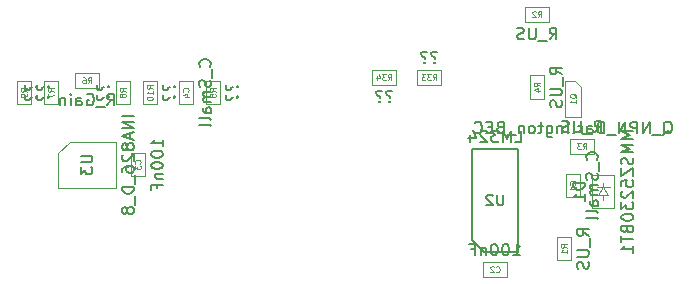
<source format=gbr>
G04 #@! TF.GenerationSoftware,KiCad,Pcbnew,(5.0.0-rc2-dev-586-g888c43477)*
G04 #@! TF.CreationDate,2018-06-03T13:53:17-03:00*
G04 #@! TF.ProjectId,Signal,5369676E616C2E6B696361645F706362,rev?*
G04 #@! TF.SameCoordinates,Original*
G04 #@! TF.FileFunction,Other,Fab,Bot*
%FSLAX46Y46*%
G04 Gerber Fmt 4.6, Leading zero omitted, Abs format (unit mm)*
G04 Created by KiCad (PCBNEW (5.0.0-rc2-dev-586-g888c43477)) date 06/03/18 13:53:17*
%MOMM*%
%LPD*%
G01*
G04 APERTURE LIST*
%ADD10C,0.100000*%
%ADD11C,0.150000*%
%ADD12C,0.080000*%
%ADD13C,0.075000*%
%ADD14C,0.135000*%
G04 APERTURE END LIST*
D10*
X33436000Y-23384000D02*
X33436000Y-25384000D01*
X34636000Y-23384000D02*
X33436000Y-23384000D01*
X34636000Y-25384000D02*
X34636000Y-23384000D01*
X33436000Y-25384000D02*
X34636000Y-25384000D01*
X26254000Y-23384000D02*
X25054000Y-23384000D01*
X25054000Y-23384000D02*
X25054000Y-25384000D01*
X25054000Y-25384000D02*
X26254000Y-25384000D01*
X26254000Y-25384000D02*
X26254000Y-23384000D01*
X36922000Y-25384000D02*
X36922000Y-23384000D01*
X35722000Y-25384000D02*
X36922000Y-25384000D01*
X35722000Y-23384000D02*
X35722000Y-25384000D01*
X36922000Y-23384000D02*
X35722000Y-23384000D01*
X27340000Y-25384000D02*
X28540000Y-25384000D01*
X28540000Y-25384000D02*
X28540000Y-23384000D01*
X28540000Y-23384000D02*
X27340000Y-23384000D01*
X27340000Y-23384000D02*
X27340000Y-25384000D01*
X35906000Y-31480000D02*
X35906000Y-29480000D01*
X34706000Y-31480000D02*
X35906000Y-31480000D01*
X34706000Y-29480000D02*
X34706000Y-31480000D01*
X35906000Y-29480000D02*
X34706000Y-29480000D01*
X39970000Y-23384000D02*
X38770000Y-23384000D01*
X38770000Y-23384000D02*
X38770000Y-25384000D01*
X38770000Y-25384000D02*
X39970000Y-25384000D01*
X39970000Y-25384000D02*
X39970000Y-23384000D01*
X28538000Y-29530000D02*
X28538000Y-32430000D01*
X28538000Y-32430000D02*
X33438000Y-32430000D01*
X33438000Y-32430000D02*
X33438000Y-28530000D01*
X33438000Y-28530000D02*
X29538000Y-28530000D01*
X29538000Y-28530000D02*
X28538000Y-29530000D01*
X42256000Y-25384000D02*
X42256000Y-23384000D01*
X41056000Y-25384000D02*
X42256000Y-25384000D01*
X41056000Y-23384000D02*
X41056000Y-25384000D01*
X42256000Y-23384000D02*
X41056000Y-23384000D01*
X31988000Y-23968000D02*
X31988000Y-22768000D01*
X31988000Y-22768000D02*
X29988000Y-22768000D01*
X29988000Y-22768000D02*
X29988000Y-23968000D01*
X29988000Y-23968000D02*
X31988000Y-23968000D01*
X72836000Y-23942000D02*
X72836000Y-26392000D01*
X72286000Y-23372000D02*
X71436000Y-23372000D01*
X72836000Y-23942000D02*
X72286000Y-23372000D01*
X71436000Y-23372000D02*
X71436000Y-26412000D01*
X72836000Y-26412000D02*
X71436000Y-26412000D01*
X72736000Y-33258000D02*
X72736000Y-31258000D01*
X71536000Y-33258000D02*
X72736000Y-33258000D01*
X71536000Y-31258000D02*
X71536000Y-33258000D01*
X72736000Y-31258000D02*
X71536000Y-31258000D01*
X64532000Y-38770000D02*
X64532000Y-39970000D01*
X64532000Y-39970000D02*
X66532000Y-39970000D01*
X66532000Y-39970000D02*
X66532000Y-38770000D01*
X66532000Y-38770000D02*
X64532000Y-38770000D01*
X74676000Y-33016000D02*
X74676000Y-33516000D01*
X75076000Y-33016000D02*
X74676000Y-32416000D01*
X74276000Y-33016000D02*
X75076000Y-33016000D01*
X74676000Y-32416000D02*
X74276000Y-33016000D01*
X74676000Y-32416000D02*
X75226000Y-32416000D01*
X74676000Y-32416000D02*
X74126000Y-32416000D01*
X74676000Y-32016000D02*
X74676000Y-32416000D01*
X75576000Y-31366000D02*
X73776000Y-31366000D01*
X75576000Y-34166000D02*
X75576000Y-31366000D01*
X73776000Y-34166000D02*
X75576000Y-34166000D01*
X73776000Y-31366000D02*
X73776000Y-34166000D01*
X71974000Y-36592000D02*
X70774000Y-36592000D01*
X70774000Y-36592000D02*
X70774000Y-38592000D01*
X70774000Y-38592000D02*
X71974000Y-38592000D01*
X71974000Y-38592000D02*
X71974000Y-36592000D01*
X68088000Y-18380000D02*
X70088000Y-18380000D01*
X68088000Y-17180000D02*
X68088000Y-18380000D01*
X70088000Y-17180000D02*
X68088000Y-17180000D01*
X70088000Y-18380000D02*
X70088000Y-17180000D01*
X71898000Y-28356000D02*
X71898000Y-29556000D01*
X71898000Y-29556000D02*
X73898000Y-29556000D01*
X73898000Y-29556000D02*
X73898000Y-28356000D01*
X73898000Y-28356000D02*
X71898000Y-28356000D01*
X69688000Y-24924500D02*
X69688000Y-22924500D01*
X68488000Y-24924500D02*
X69688000Y-24924500D01*
X68488000Y-22924500D02*
X68488000Y-24924500D01*
X69688000Y-22924500D02*
X68488000Y-22924500D01*
X58944000Y-22514000D02*
X58944000Y-23714000D01*
X58944000Y-23714000D02*
X60944000Y-23714000D01*
X60944000Y-23714000D02*
X60944000Y-22514000D01*
X60944000Y-22514000D02*
X58944000Y-22514000D01*
X57134000Y-23714000D02*
X57134000Y-22514000D01*
X57134000Y-22514000D02*
X55134000Y-22514000D01*
X55134000Y-22514000D02*
X55134000Y-23714000D01*
X55134000Y-23714000D02*
X57134000Y-23714000D01*
D11*
X64582000Y-37878000D02*
X67482000Y-37878000D01*
X67482000Y-37878000D02*
X67482000Y-29178000D01*
X67482000Y-29178000D02*
X63582000Y-29178000D01*
X63582000Y-29178000D02*
X63582000Y-36878000D01*
X63582000Y-36878000D02*
X64582000Y-37878000D01*
X32743142Y-23907809D02*
X32790761Y-23955428D01*
X32838380Y-23907809D01*
X32790761Y-23860190D01*
X32743142Y-23907809D01*
X32838380Y-23907809D01*
X31886000Y-23717333D02*
X31838380Y-23812571D01*
X31838380Y-24050666D01*
X31886000Y-24145904D01*
X31981238Y-24193523D01*
X32076476Y-24193523D01*
X32171714Y-24145904D01*
X32219333Y-24098285D01*
X32266952Y-24003047D01*
X32314571Y-23955428D01*
X32409809Y-23907809D01*
X32457428Y-23907809D01*
X32743142Y-24764952D02*
X32790761Y-24812571D01*
X32838380Y-24764952D01*
X32790761Y-24717333D01*
X32743142Y-24764952D01*
X32838380Y-24764952D01*
X31886000Y-24574476D02*
X31838380Y-24669714D01*
X31838380Y-24907809D01*
X31886000Y-25003047D01*
X31981238Y-25050666D01*
X32076476Y-25050666D01*
X32171714Y-25003047D01*
X32219333Y-24955428D01*
X32266952Y-24860190D01*
X32314571Y-24812571D01*
X32409809Y-24764952D01*
X32457428Y-24764952D01*
D12*
X34262190Y-24300666D02*
X34024095Y-24134000D01*
X34262190Y-24014952D02*
X33762190Y-24014952D01*
X33762190Y-24205428D01*
X33786000Y-24253047D01*
X33809809Y-24276857D01*
X33857428Y-24300666D01*
X33928857Y-24300666D01*
X33976476Y-24276857D01*
X34000285Y-24253047D01*
X34024095Y-24205428D01*
X34024095Y-24014952D01*
X33976476Y-24586380D02*
X33952666Y-24538761D01*
X33928857Y-24514952D01*
X33881238Y-24491142D01*
X33857428Y-24491142D01*
X33809809Y-24514952D01*
X33786000Y-24538761D01*
X33762190Y-24586380D01*
X33762190Y-24681619D01*
X33786000Y-24729238D01*
X33809809Y-24753047D01*
X33857428Y-24776857D01*
X33881238Y-24776857D01*
X33928857Y-24753047D01*
X33952666Y-24729238D01*
X33976476Y-24681619D01*
X33976476Y-24586380D01*
X34000285Y-24538761D01*
X34024095Y-24514952D01*
X34071714Y-24491142D01*
X34166952Y-24491142D01*
X34214571Y-24514952D01*
X34238380Y-24538761D01*
X34262190Y-24586380D01*
X34262190Y-24681619D01*
X34238380Y-24729238D01*
X34214571Y-24753047D01*
X34166952Y-24776857D01*
X34071714Y-24776857D01*
X34024095Y-24753047D01*
X34000285Y-24729238D01*
X33976476Y-24681619D01*
D11*
X27661142Y-23907809D02*
X27708761Y-23955428D01*
X27756380Y-23907809D01*
X27708761Y-23860190D01*
X27661142Y-23907809D01*
X27756380Y-23907809D01*
X26804000Y-23717333D02*
X26756380Y-23812571D01*
X26756380Y-24050666D01*
X26804000Y-24145904D01*
X26899238Y-24193523D01*
X26994476Y-24193523D01*
X27089714Y-24145904D01*
X27137333Y-24098285D01*
X27184952Y-24003047D01*
X27232571Y-23955428D01*
X27327809Y-23907809D01*
X27375428Y-23907809D01*
X27661142Y-24764952D02*
X27708761Y-24812571D01*
X27756380Y-24764952D01*
X27708761Y-24717333D01*
X27661142Y-24764952D01*
X27756380Y-24764952D01*
X26804000Y-24574476D02*
X26756380Y-24669714D01*
X26756380Y-24907809D01*
X26804000Y-25003047D01*
X26899238Y-25050666D01*
X26994476Y-25050666D01*
X27089714Y-25003047D01*
X27137333Y-24955428D01*
X27184952Y-24860190D01*
X27232571Y-24812571D01*
X27327809Y-24764952D01*
X27375428Y-24764952D01*
D12*
X25880190Y-24300666D02*
X25642095Y-24134000D01*
X25880190Y-24014952D02*
X25380190Y-24014952D01*
X25380190Y-24205428D01*
X25404000Y-24253047D01*
X25427809Y-24276857D01*
X25475428Y-24300666D01*
X25546857Y-24300666D01*
X25594476Y-24276857D01*
X25618285Y-24253047D01*
X25642095Y-24205428D01*
X25642095Y-24014952D01*
X25880190Y-24538761D02*
X25880190Y-24634000D01*
X25856380Y-24681619D01*
X25832571Y-24705428D01*
X25761142Y-24753047D01*
X25665904Y-24776857D01*
X25475428Y-24776857D01*
X25427809Y-24753047D01*
X25404000Y-24729238D01*
X25380190Y-24681619D01*
X25380190Y-24586380D01*
X25404000Y-24538761D01*
X25427809Y-24514952D01*
X25475428Y-24491142D01*
X25594476Y-24491142D01*
X25642095Y-24514952D01*
X25665904Y-24538761D01*
X25689714Y-24586380D01*
X25689714Y-24681619D01*
X25665904Y-24729238D01*
X25642095Y-24753047D01*
X25594476Y-24776857D01*
D11*
X38329142Y-23907809D02*
X38376761Y-23955428D01*
X38424380Y-23907809D01*
X38376761Y-23860190D01*
X38329142Y-23907809D01*
X38424380Y-23907809D01*
X37472000Y-23717333D02*
X37424380Y-23812571D01*
X37424380Y-24050666D01*
X37472000Y-24145904D01*
X37567238Y-24193523D01*
X37662476Y-24193523D01*
X37757714Y-24145904D01*
X37805333Y-24098285D01*
X37852952Y-24003047D01*
X37900571Y-23955428D01*
X37995809Y-23907809D01*
X38043428Y-23907809D01*
X38329142Y-24764952D02*
X38376761Y-24812571D01*
X38424380Y-24764952D01*
X38376761Y-24717333D01*
X38329142Y-24764952D01*
X38424380Y-24764952D01*
X37472000Y-24574476D02*
X37424380Y-24669714D01*
X37424380Y-24907809D01*
X37472000Y-25003047D01*
X37567238Y-25050666D01*
X37662476Y-25050666D01*
X37757714Y-25003047D01*
X37805333Y-24955428D01*
X37852952Y-24860190D01*
X37900571Y-24812571D01*
X37995809Y-24764952D01*
X38043428Y-24764952D01*
D12*
X36548190Y-24062571D02*
X36310095Y-23895904D01*
X36548190Y-23776857D02*
X36048190Y-23776857D01*
X36048190Y-23967333D01*
X36072000Y-24014952D01*
X36095809Y-24038761D01*
X36143428Y-24062571D01*
X36214857Y-24062571D01*
X36262476Y-24038761D01*
X36286285Y-24014952D01*
X36310095Y-23967333D01*
X36310095Y-23776857D01*
X36548190Y-24538761D02*
X36548190Y-24253047D01*
X36548190Y-24395904D02*
X36048190Y-24395904D01*
X36119619Y-24348285D01*
X36167238Y-24300666D01*
X36191047Y-24253047D01*
X36048190Y-24848285D02*
X36048190Y-24895904D01*
X36072000Y-24943523D01*
X36095809Y-24967333D01*
X36143428Y-24991142D01*
X36238666Y-25014952D01*
X36357714Y-25014952D01*
X36452952Y-24991142D01*
X36500571Y-24967333D01*
X36524380Y-24943523D01*
X36548190Y-24895904D01*
X36548190Y-24848285D01*
X36524380Y-24800666D01*
X36500571Y-24776857D01*
X36452952Y-24753047D01*
X36357714Y-24729238D01*
X36238666Y-24729238D01*
X36143428Y-24753047D01*
X36095809Y-24776857D01*
X36072000Y-24800666D01*
X36048190Y-24848285D01*
D11*
X26647142Y-23907809D02*
X26694761Y-23955428D01*
X26742380Y-23907809D01*
X26694761Y-23860190D01*
X26647142Y-23907809D01*
X26742380Y-23907809D01*
X25790000Y-23717333D02*
X25742380Y-23812571D01*
X25742380Y-24050666D01*
X25790000Y-24145904D01*
X25885238Y-24193523D01*
X25980476Y-24193523D01*
X26075714Y-24145904D01*
X26123333Y-24098285D01*
X26170952Y-24003047D01*
X26218571Y-23955428D01*
X26313809Y-23907809D01*
X26361428Y-23907809D01*
X26647142Y-24764952D02*
X26694761Y-24812571D01*
X26742380Y-24764952D01*
X26694761Y-24717333D01*
X26647142Y-24764952D01*
X26742380Y-24764952D01*
X25790000Y-24574476D02*
X25742380Y-24669714D01*
X25742380Y-24907809D01*
X25790000Y-25003047D01*
X25885238Y-25050666D01*
X25980476Y-25050666D01*
X26075714Y-25003047D01*
X26123333Y-24955428D01*
X26170952Y-24860190D01*
X26218571Y-24812571D01*
X26313809Y-24764952D01*
X26361428Y-24764952D01*
D12*
X28166190Y-24300666D02*
X27928095Y-24134000D01*
X28166190Y-24014952D02*
X27666190Y-24014952D01*
X27666190Y-24205428D01*
X27690000Y-24253047D01*
X27713809Y-24276857D01*
X27761428Y-24300666D01*
X27832857Y-24300666D01*
X27880476Y-24276857D01*
X27904285Y-24253047D01*
X27928095Y-24205428D01*
X27928095Y-24014952D01*
X27666190Y-24467333D02*
X27666190Y-24800666D01*
X28166190Y-24586380D01*
D11*
X37408380Y-28932380D02*
X37408380Y-28360952D01*
X37408380Y-28646666D02*
X36408380Y-28646666D01*
X36551238Y-28551428D01*
X36646476Y-28456190D01*
X36694095Y-28360952D01*
X36408380Y-29551428D02*
X36408380Y-29646666D01*
X36456000Y-29741904D01*
X36503619Y-29789523D01*
X36598857Y-29837142D01*
X36789333Y-29884761D01*
X37027428Y-29884761D01*
X37217904Y-29837142D01*
X37313142Y-29789523D01*
X37360761Y-29741904D01*
X37408380Y-29646666D01*
X37408380Y-29551428D01*
X37360761Y-29456190D01*
X37313142Y-29408571D01*
X37217904Y-29360952D01*
X37027428Y-29313333D01*
X36789333Y-29313333D01*
X36598857Y-29360952D01*
X36503619Y-29408571D01*
X36456000Y-29456190D01*
X36408380Y-29551428D01*
X36408380Y-30503809D02*
X36408380Y-30599047D01*
X36456000Y-30694285D01*
X36503619Y-30741904D01*
X36598857Y-30789523D01*
X36789333Y-30837142D01*
X37027428Y-30837142D01*
X37217904Y-30789523D01*
X37313142Y-30741904D01*
X37360761Y-30694285D01*
X37408380Y-30599047D01*
X37408380Y-30503809D01*
X37360761Y-30408571D01*
X37313142Y-30360952D01*
X37217904Y-30313333D01*
X37027428Y-30265714D01*
X36789333Y-30265714D01*
X36598857Y-30313333D01*
X36503619Y-30360952D01*
X36456000Y-30408571D01*
X36408380Y-30503809D01*
X36741714Y-31265714D02*
X37408380Y-31265714D01*
X36836952Y-31265714D02*
X36789333Y-31313333D01*
X36741714Y-31408571D01*
X36741714Y-31551428D01*
X36789333Y-31646666D01*
X36884571Y-31694285D01*
X37408380Y-31694285D01*
X36884571Y-32503809D02*
X36884571Y-32170476D01*
X37408380Y-32170476D02*
X36408380Y-32170476D01*
X36408380Y-32646666D01*
D12*
X35484571Y-30396666D02*
X35508380Y-30372857D01*
X35532190Y-30301428D01*
X35532190Y-30253809D01*
X35508380Y-30182380D01*
X35460761Y-30134761D01*
X35413142Y-30110952D01*
X35317904Y-30087142D01*
X35246476Y-30087142D01*
X35151238Y-30110952D01*
X35103619Y-30134761D01*
X35056000Y-30182380D01*
X35032190Y-30253809D01*
X35032190Y-30301428D01*
X35056000Y-30372857D01*
X35079809Y-30396666D01*
X35032190Y-30563333D02*
X35032190Y-30872857D01*
X35222666Y-30706190D01*
X35222666Y-30777619D01*
X35246476Y-30825238D01*
X35270285Y-30849047D01*
X35317904Y-30872857D01*
X35436952Y-30872857D01*
X35484571Y-30849047D01*
X35508380Y-30825238D01*
X35532190Y-30777619D01*
X35532190Y-30634761D01*
X35508380Y-30587142D01*
X35484571Y-30563333D01*
D11*
X41377142Y-22193523D02*
X41424761Y-22145904D01*
X41472380Y-22003047D01*
X41472380Y-21907809D01*
X41424761Y-21764952D01*
X41329523Y-21669714D01*
X41234285Y-21622095D01*
X41043809Y-21574476D01*
X40900952Y-21574476D01*
X40710476Y-21622095D01*
X40615238Y-21669714D01*
X40520000Y-21764952D01*
X40472380Y-21907809D01*
X40472380Y-22003047D01*
X40520000Y-22145904D01*
X40567619Y-22193523D01*
X41567619Y-22384000D02*
X41567619Y-23145904D01*
X41424761Y-23336380D02*
X41472380Y-23479238D01*
X41472380Y-23717333D01*
X41424761Y-23812571D01*
X41377142Y-23860190D01*
X41281904Y-23907809D01*
X41186666Y-23907809D01*
X41091428Y-23860190D01*
X41043809Y-23812571D01*
X40996190Y-23717333D01*
X40948571Y-23526857D01*
X40900952Y-23431619D01*
X40853333Y-23384000D01*
X40758095Y-23336380D01*
X40662857Y-23336380D01*
X40567619Y-23384000D01*
X40520000Y-23431619D01*
X40472380Y-23526857D01*
X40472380Y-23764952D01*
X40520000Y-23907809D01*
X41472380Y-24336380D02*
X40805714Y-24336380D01*
X40900952Y-24336380D02*
X40853333Y-24384000D01*
X40805714Y-24479238D01*
X40805714Y-24622095D01*
X40853333Y-24717333D01*
X40948571Y-24764952D01*
X41472380Y-24764952D01*
X40948571Y-24764952D02*
X40853333Y-24812571D01*
X40805714Y-24907809D01*
X40805714Y-25050666D01*
X40853333Y-25145904D01*
X40948571Y-25193523D01*
X41472380Y-25193523D01*
X41472380Y-26098285D02*
X40948571Y-26098285D01*
X40853333Y-26050666D01*
X40805714Y-25955428D01*
X40805714Y-25764952D01*
X40853333Y-25669714D01*
X41424761Y-26098285D02*
X41472380Y-26003047D01*
X41472380Y-25764952D01*
X41424761Y-25669714D01*
X41329523Y-25622095D01*
X41234285Y-25622095D01*
X41139047Y-25669714D01*
X41091428Y-25764952D01*
X41091428Y-26003047D01*
X41043809Y-26098285D01*
X41472380Y-26717333D02*
X41424761Y-26622095D01*
X41329523Y-26574476D01*
X40472380Y-26574476D01*
X41472380Y-27241142D02*
X41424761Y-27145904D01*
X41329523Y-27098285D01*
X40472380Y-27098285D01*
D12*
X39548571Y-24300666D02*
X39572380Y-24276857D01*
X39596190Y-24205428D01*
X39596190Y-24157809D01*
X39572380Y-24086380D01*
X39524761Y-24038761D01*
X39477142Y-24014952D01*
X39381904Y-23991142D01*
X39310476Y-23991142D01*
X39215238Y-24014952D01*
X39167619Y-24038761D01*
X39120000Y-24086380D01*
X39096190Y-24157809D01*
X39096190Y-24205428D01*
X39120000Y-24276857D01*
X39143809Y-24300666D01*
X39262857Y-24729238D02*
X39596190Y-24729238D01*
X39072380Y-24610190D02*
X39429523Y-24491142D01*
X39429523Y-24800666D01*
D11*
X34940380Y-26360952D02*
X33940380Y-26360952D01*
X34940380Y-26837142D02*
X33940380Y-26837142D01*
X34940380Y-27408571D01*
X33940380Y-27408571D01*
X34654666Y-27837142D02*
X34654666Y-28313333D01*
X34940380Y-27741904D02*
X33940380Y-28075238D01*
X34940380Y-28408571D01*
X34368952Y-28884761D02*
X34321333Y-28789523D01*
X34273714Y-28741904D01*
X34178476Y-28694285D01*
X34130857Y-28694285D01*
X34035619Y-28741904D01*
X33988000Y-28789523D01*
X33940380Y-28884761D01*
X33940380Y-29075238D01*
X33988000Y-29170476D01*
X34035619Y-29218095D01*
X34130857Y-29265714D01*
X34178476Y-29265714D01*
X34273714Y-29218095D01*
X34321333Y-29170476D01*
X34368952Y-29075238D01*
X34368952Y-28884761D01*
X34416571Y-28789523D01*
X34464190Y-28741904D01*
X34559428Y-28694285D01*
X34749904Y-28694285D01*
X34845142Y-28741904D01*
X34892761Y-28789523D01*
X34940380Y-28884761D01*
X34940380Y-29075238D01*
X34892761Y-29170476D01*
X34845142Y-29218095D01*
X34749904Y-29265714D01*
X34559428Y-29265714D01*
X34464190Y-29218095D01*
X34416571Y-29170476D01*
X34368952Y-29075238D01*
X34035619Y-29646666D02*
X33988000Y-29694285D01*
X33940380Y-29789523D01*
X33940380Y-30027619D01*
X33988000Y-30122857D01*
X34035619Y-30170476D01*
X34130857Y-30218095D01*
X34226095Y-30218095D01*
X34368952Y-30170476D01*
X34940380Y-29599047D01*
X34940380Y-30218095D01*
X33940380Y-31075238D02*
X33940380Y-30884761D01*
X33988000Y-30789523D01*
X34035619Y-30741904D01*
X34178476Y-30646666D01*
X34368952Y-30599047D01*
X34749904Y-30599047D01*
X34845142Y-30646666D01*
X34892761Y-30694285D01*
X34940380Y-30789523D01*
X34940380Y-30980000D01*
X34892761Y-31075238D01*
X34845142Y-31122857D01*
X34749904Y-31170476D01*
X34511809Y-31170476D01*
X34416571Y-31122857D01*
X34368952Y-31075238D01*
X34321333Y-30980000D01*
X34321333Y-30789523D01*
X34368952Y-30694285D01*
X34416571Y-30646666D01*
X34511809Y-30599047D01*
X35035619Y-31360952D02*
X35035619Y-32122857D01*
X34940380Y-32360952D02*
X33940380Y-32360952D01*
X33940380Y-32599047D01*
X33988000Y-32741904D01*
X34083238Y-32837142D01*
X34178476Y-32884761D01*
X34368952Y-32932380D01*
X34511809Y-32932380D01*
X34702285Y-32884761D01*
X34797523Y-32837142D01*
X34892761Y-32741904D01*
X34940380Y-32599047D01*
X34940380Y-32360952D01*
X35035619Y-33122857D02*
X35035619Y-33884761D01*
X34368952Y-34265714D02*
X34321333Y-34170476D01*
X34273714Y-34122857D01*
X34178476Y-34075238D01*
X34130857Y-34075238D01*
X34035619Y-34122857D01*
X33988000Y-34170476D01*
X33940380Y-34265714D01*
X33940380Y-34456190D01*
X33988000Y-34551428D01*
X34035619Y-34599047D01*
X34130857Y-34646666D01*
X34178476Y-34646666D01*
X34273714Y-34599047D01*
X34321333Y-34551428D01*
X34368952Y-34456190D01*
X34368952Y-34265714D01*
X34416571Y-34170476D01*
X34464190Y-34122857D01*
X34559428Y-34075238D01*
X34749904Y-34075238D01*
X34845142Y-34122857D01*
X34892761Y-34170476D01*
X34940380Y-34265714D01*
X34940380Y-34456190D01*
X34892761Y-34551428D01*
X34845142Y-34599047D01*
X34749904Y-34646666D01*
X34559428Y-34646666D01*
X34464190Y-34599047D01*
X34416571Y-34551428D01*
X34368952Y-34456190D01*
X30440380Y-29718095D02*
X31249904Y-29718095D01*
X31345142Y-29765714D01*
X31392761Y-29813333D01*
X31440380Y-29908571D01*
X31440380Y-30099047D01*
X31392761Y-30194285D01*
X31345142Y-30241904D01*
X31249904Y-30289523D01*
X30440380Y-30289523D01*
X30440380Y-30670476D02*
X30440380Y-31289523D01*
X30821333Y-30956190D01*
X30821333Y-31099047D01*
X30868952Y-31194285D01*
X30916571Y-31241904D01*
X31011809Y-31289523D01*
X31249904Y-31289523D01*
X31345142Y-31241904D01*
X31392761Y-31194285D01*
X31440380Y-31099047D01*
X31440380Y-30813333D01*
X31392761Y-30718095D01*
X31345142Y-30670476D01*
X43663142Y-23907809D02*
X43710761Y-23955428D01*
X43758380Y-23907809D01*
X43710761Y-23860190D01*
X43663142Y-23907809D01*
X43758380Y-23907809D01*
X42806000Y-23717333D02*
X42758380Y-23812571D01*
X42758380Y-24050666D01*
X42806000Y-24145904D01*
X42901238Y-24193523D01*
X42996476Y-24193523D01*
X43091714Y-24145904D01*
X43139333Y-24098285D01*
X43186952Y-24003047D01*
X43234571Y-23955428D01*
X43329809Y-23907809D01*
X43377428Y-23907809D01*
X43663142Y-24764952D02*
X43710761Y-24812571D01*
X43758380Y-24764952D01*
X43710761Y-24717333D01*
X43663142Y-24764952D01*
X43758380Y-24764952D01*
X42806000Y-24574476D02*
X42758380Y-24669714D01*
X42758380Y-24907809D01*
X42806000Y-25003047D01*
X42901238Y-25050666D01*
X42996476Y-25050666D01*
X43091714Y-25003047D01*
X43139333Y-24955428D01*
X43186952Y-24860190D01*
X43234571Y-24812571D01*
X43329809Y-24764952D01*
X43377428Y-24764952D01*
D12*
X41882190Y-24300666D02*
X41644095Y-24134000D01*
X41882190Y-24014952D02*
X41382190Y-24014952D01*
X41382190Y-24205428D01*
X41406000Y-24253047D01*
X41429809Y-24276857D01*
X41477428Y-24300666D01*
X41548857Y-24300666D01*
X41596476Y-24276857D01*
X41620285Y-24253047D01*
X41644095Y-24205428D01*
X41644095Y-24014952D01*
X41382190Y-24753047D02*
X41382190Y-24514952D01*
X41620285Y-24491142D01*
X41596476Y-24514952D01*
X41572666Y-24562571D01*
X41572666Y-24681619D01*
X41596476Y-24729238D01*
X41620285Y-24753047D01*
X41667904Y-24776857D01*
X41786952Y-24776857D01*
X41834571Y-24753047D01*
X41858380Y-24729238D01*
X41882190Y-24681619D01*
X41882190Y-24562571D01*
X41858380Y-24514952D01*
X41834571Y-24491142D01*
D11*
X32702285Y-25470380D02*
X33035619Y-24994190D01*
X33273714Y-25470380D02*
X33273714Y-24470380D01*
X32892761Y-24470380D01*
X32797523Y-24518000D01*
X32749904Y-24565619D01*
X32702285Y-24660857D01*
X32702285Y-24803714D01*
X32749904Y-24898952D01*
X32797523Y-24946571D01*
X32892761Y-24994190D01*
X33273714Y-24994190D01*
X32511809Y-25565619D02*
X31749904Y-25565619D01*
X30988000Y-24518000D02*
X31083238Y-24470380D01*
X31226095Y-24470380D01*
X31368952Y-24518000D01*
X31464190Y-24613238D01*
X31511809Y-24708476D01*
X31559428Y-24898952D01*
X31559428Y-25041809D01*
X31511809Y-25232285D01*
X31464190Y-25327523D01*
X31368952Y-25422761D01*
X31226095Y-25470380D01*
X31130857Y-25470380D01*
X30988000Y-25422761D01*
X30940380Y-25375142D01*
X30940380Y-25041809D01*
X31130857Y-25041809D01*
X30083238Y-25470380D02*
X30083238Y-24946571D01*
X30130857Y-24851333D01*
X30226095Y-24803714D01*
X30416571Y-24803714D01*
X30511809Y-24851333D01*
X30083238Y-25422761D02*
X30178476Y-25470380D01*
X30416571Y-25470380D01*
X30511809Y-25422761D01*
X30559428Y-25327523D01*
X30559428Y-25232285D01*
X30511809Y-25137047D01*
X30416571Y-25089428D01*
X30178476Y-25089428D01*
X30083238Y-25041809D01*
X29607047Y-25470380D02*
X29607047Y-24803714D01*
X29607047Y-24470380D02*
X29654666Y-24518000D01*
X29607047Y-24565619D01*
X29559428Y-24518000D01*
X29607047Y-24470380D01*
X29607047Y-24565619D01*
X29130857Y-24803714D02*
X29130857Y-25470380D01*
X29130857Y-24898952D02*
X29083238Y-24851333D01*
X28988000Y-24803714D01*
X28845142Y-24803714D01*
X28749904Y-24851333D01*
X28702285Y-24946571D01*
X28702285Y-25470380D01*
D12*
X31071333Y-23594190D02*
X31238000Y-23356095D01*
X31357047Y-23594190D02*
X31357047Y-23094190D01*
X31166571Y-23094190D01*
X31118952Y-23118000D01*
X31095142Y-23141809D01*
X31071333Y-23189428D01*
X31071333Y-23260857D01*
X31095142Y-23308476D01*
X31118952Y-23332285D01*
X31166571Y-23356095D01*
X31357047Y-23356095D01*
X30642761Y-23094190D02*
X30738000Y-23094190D01*
X30785619Y-23118000D01*
X30809428Y-23141809D01*
X30857047Y-23213238D01*
X30880857Y-23308476D01*
X30880857Y-23498952D01*
X30857047Y-23546571D01*
X30833238Y-23570380D01*
X30785619Y-23594190D01*
X30690380Y-23594190D01*
X30642761Y-23570380D01*
X30618952Y-23546571D01*
X30595142Y-23498952D01*
X30595142Y-23379904D01*
X30618952Y-23332285D01*
X30642761Y-23308476D01*
X30690380Y-23284666D01*
X30785619Y-23284666D01*
X30833238Y-23308476D01*
X30857047Y-23332285D01*
X30880857Y-23379904D01*
D11*
X79755047Y-27939619D02*
X79850285Y-27892000D01*
X79945523Y-27796761D01*
X80088380Y-27653904D01*
X80183619Y-27606285D01*
X80278857Y-27606285D01*
X80231238Y-27844380D02*
X80326476Y-27796761D01*
X80421714Y-27701523D01*
X80469333Y-27511047D01*
X80469333Y-27177714D01*
X80421714Y-26987238D01*
X80326476Y-26892000D01*
X80231238Y-26844380D01*
X80040761Y-26844380D01*
X79945523Y-26892000D01*
X79850285Y-26987238D01*
X79802666Y-27177714D01*
X79802666Y-27511047D01*
X79850285Y-27701523D01*
X79945523Y-27796761D01*
X80040761Y-27844380D01*
X80231238Y-27844380D01*
X79612190Y-27939619D02*
X78850285Y-27939619D01*
X78612190Y-27844380D02*
X78612190Y-26844380D01*
X78040761Y-27844380D01*
X78040761Y-26844380D01*
X77564571Y-27844380D02*
X77564571Y-26844380D01*
X77183619Y-26844380D01*
X77088380Y-26892000D01*
X77040761Y-26939619D01*
X76993142Y-27034857D01*
X76993142Y-27177714D01*
X77040761Y-27272952D01*
X77088380Y-27320571D01*
X77183619Y-27368190D01*
X77564571Y-27368190D01*
X76564571Y-27844380D02*
X76564571Y-26844380D01*
X75993142Y-27844380D01*
X75993142Y-26844380D01*
X75755047Y-27939619D02*
X74993142Y-27939619D01*
X74755047Y-27844380D02*
X74755047Y-26844380D01*
X74516952Y-26844380D01*
X74374095Y-26892000D01*
X74278857Y-26987238D01*
X74231238Y-27082476D01*
X74183619Y-27272952D01*
X74183619Y-27415809D01*
X74231238Y-27606285D01*
X74278857Y-27701523D01*
X74374095Y-27796761D01*
X74516952Y-27844380D01*
X74755047Y-27844380D01*
X73326476Y-27844380D02*
X73326476Y-27320571D01*
X73374095Y-27225333D01*
X73469333Y-27177714D01*
X73659809Y-27177714D01*
X73755047Y-27225333D01*
X73326476Y-27796761D02*
X73421714Y-27844380D01*
X73659809Y-27844380D01*
X73755047Y-27796761D01*
X73802666Y-27701523D01*
X73802666Y-27606285D01*
X73755047Y-27511047D01*
X73659809Y-27463428D01*
X73421714Y-27463428D01*
X73326476Y-27415809D01*
X72850285Y-27844380D02*
X72850285Y-27177714D01*
X72850285Y-27368190D02*
X72802666Y-27272952D01*
X72755047Y-27225333D01*
X72659809Y-27177714D01*
X72564571Y-27177714D01*
X72088380Y-27844380D02*
X72183619Y-27796761D01*
X72231238Y-27701523D01*
X72231238Y-26844380D01*
X71707428Y-27844380D02*
X71707428Y-27177714D01*
X71707428Y-26844380D02*
X71755047Y-26892000D01*
X71707428Y-26939619D01*
X71659809Y-26892000D01*
X71707428Y-26844380D01*
X71707428Y-26939619D01*
X71231238Y-27177714D02*
X71231238Y-27844380D01*
X71231238Y-27272952D02*
X71183619Y-27225333D01*
X71088380Y-27177714D01*
X70945523Y-27177714D01*
X70850285Y-27225333D01*
X70802666Y-27320571D01*
X70802666Y-27844380D01*
X69897904Y-27177714D02*
X69897904Y-27987238D01*
X69945523Y-28082476D01*
X69993142Y-28130095D01*
X70088380Y-28177714D01*
X70231238Y-28177714D01*
X70326476Y-28130095D01*
X69897904Y-27796761D02*
X69993142Y-27844380D01*
X70183619Y-27844380D01*
X70278857Y-27796761D01*
X70326476Y-27749142D01*
X70374095Y-27653904D01*
X70374095Y-27368190D01*
X70326476Y-27272952D01*
X70278857Y-27225333D01*
X70183619Y-27177714D01*
X69993142Y-27177714D01*
X69897904Y-27225333D01*
X69564571Y-27177714D02*
X69183619Y-27177714D01*
X69421714Y-26844380D02*
X69421714Y-27701523D01*
X69374095Y-27796761D01*
X69278857Y-27844380D01*
X69183619Y-27844380D01*
X68707428Y-27844380D02*
X68802666Y-27796761D01*
X68850285Y-27749142D01*
X68897904Y-27653904D01*
X68897904Y-27368190D01*
X68850285Y-27272952D01*
X68802666Y-27225333D01*
X68707428Y-27177714D01*
X68564571Y-27177714D01*
X68469333Y-27225333D01*
X68421714Y-27272952D01*
X68374095Y-27368190D01*
X68374095Y-27653904D01*
X68421714Y-27749142D01*
X68469333Y-27796761D01*
X68564571Y-27844380D01*
X68707428Y-27844380D01*
X67945523Y-27177714D02*
X67945523Y-27844380D01*
X67945523Y-27272952D02*
X67897904Y-27225333D01*
X67802666Y-27177714D01*
X67659809Y-27177714D01*
X67564571Y-27225333D01*
X67516952Y-27320571D01*
X67516952Y-27844380D01*
X67278857Y-27939619D02*
X66516952Y-27939619D01*
X65945523Y-27320571D02*
X65802666Y-27368190D01*
X65755047Y-27415809D01*
X65707428Y-27511047D01*
X65707428Y-27653904D01*
X65755047Y-27749142D01*
X65802666Y-27796761D01*
X65897904Y-27844380D01*
X66278857Y-27844380D01*
X66278857Y-26844380D01*
X65945523Y-26844380D01*
X65850285Y-26892000D01*
X65802666Y-26939619D01*
X65755047Y-27034857D01*
X65755047Y-27130095D01*
X65802666Y-27225333D01*
X65850285Y-27272952D01*
X65945523Y-27320571D01*
X66278857Y-27320571D01*
X65278857Y-27320571D02*
X64945523Y-27320571D01*
X64802666Y-27844380D02*
X65278857Y-27844380D01*
X65278857Y-26844380D01*
X64802666Y-26844380D01*
X63802666Y-27749142D02*
X63850285Y-27796761D01*
X63993142Y-27844380D01*
X64088380Y-27844380D01*
X64231238Y-27796761D01*
X64326476Y-27701523D01*
X64374095Y-27606285D01*
X64421714Y-27415809D01*
X64421714Y-27272952D01*
X64374095Y-27082476D01*
X64326476Y-26987238D01*
X64231238Y-26892000D01*
X64088380Y-26844380D01*
X63993142Y-26844380D01*
X63850285Y-26892000D01*
X63802666Y-26939619D01*
D13*
X72409809Y-24844380D02*
X72386000Y-24796761D01*
X72338380Y-24749142D01*
X72266952Y-24677714D01*
X72243142Y-24630095D01*
X72243142Y-24582476D01*
X72362190Y-24606285D02*
X72338380Y-24558666D01*
X72290761Y-24511047D01*
X72195523Y-24487238D01*
X72028857Y-24487238D01*
X71933619Y-24511047D01*
X71886000Y-24558666D01*
X71862190Y-24606285D01*
X71862190Y-24701523D01*
X71886000Y-24749142D01*
X71933619Y-24796761D01*
X72028857Y-24820571D01*
X72195523Y-24820571D01*
X72290761Y-24796761D01*
X72338380Y-24749142D01*
X72362190Y-24701523D01*
X72362190Y-24606285D01*
X72362190Y-25296761D02*
X72362190Y-25011047D01*
X72362190Y-25153904D02*
X71862190Y-25153904D01*
X71933619Y-25106285D01*
X71981238Y-25058666D01*
X72005047Y-25011047D01*
D11*
X74143142Y-30067523D02*
X74190761Y-30019904D01*
X74238380Y-29877047D01*
X74238380Y-29781809D01*
X74190761Y-29638952D01*
X74095523Y-29543714D01*
X74000285Y-29496095D01*
X73809809Y-29448476D01*
X73666952Y-29448476D01*
X73476476Y-29496095D01*
X73381238Y-29543714D01*
X73286000Y-29638952D01*
X73238380Y-29781809D01*
X73238380Y-29877047D01*
X73286000Y-30019904D01*
X73333619Y-30067523D01*
X74333619Y-30258000D02*
X74333619Y-31019904D01*
X74190761Y-31210380D02*
X74238380Y-31353238D01*
X74238380Y-31591333D01*
X74190761Y-31686571D01*
X74143142Y-31734190D01*
X74047904Y-31781809D01*
X73952666Y-31781809D01*
X73857428Y-31734190D01*
X73809809Y-31686571D01*
X73762190Y-31591333D01*
X73714571Y-31400857D01*
X73666952Y-31305619D01*
X73619333Y-31258000D01*
X73524095Y-31210380D01*
X73428857Y-31210380D01*
X73333619Y-31258000D01*
X73286000Y-31305619D01*
X73238380Y-31400857D01*
X73238380Y-31638952D01*
X73286000Y-31781809D01*
X74238380Y-32210380D02*
X73571714Y-32210380D01*
X73666952Y-32210380D02*
X73619333Y-32258000D01*
X73571714Y-32353238D01*
X73571714Y-32496095D01*
X73619333Y-32591333D01*
X73714571Y-32638952D01*
X74238380Y-32638952D01*
X73714571Y-32638952D02*
X73619333Y-32686571D01*
X73571714Y-32781809D01*
X73571714Y-32924666D01*
X73619333Y-33019904D01*
X73714571Y-33067523D01*
X74238380Y-33067523D01*
X74238380Y-33972285D02*
X73714571Y-33972285D01*
X73619333Y-33924666D01*
X73571714Y-33829428D01*
X73571714Y-33638952D01*
X73619333Y-33543714D01*
X74190761Y-33972285D02*
X74238380Y-33877047D01*
X74238380Y-33638952D01*
X74190761Y-33543714D01*
X74095523Y-33496095D01*
X74000285Y-33496095D01*
X73905047Y-33543714D01*
X73857428Y-33638952D01*
X73857428Y-33877047D01*
X73809809Y-33972285D01*
X74238380Y-34591333D02*
X74190761Y-34496095D01*
X74095523Y-34448476D01*
X73238380Y-34448476D01*
X74238380Y-35115142D02*
X74190761Y-35019904D01*
X74095523Y-34972285D01*
X73238380Y-34972285D01*
D12*
X72314571Y-32174666D02*
X72338380Y-32150857D01*
X72362190Y-32079428D01*
X72362190Y-32031809D01*
X72338380Y-31960380D01*
X72290761Y-31912761D01*
X72243142Y-31888952D01*
X72147904Y-31865142D01*
X72076476Y-31865142D01*
X71981238Y-31888952D01*
X71933619Y-31912761D01*
X71886000Y-31960380D01*
X71862190Y-32031809D01*
X71862190Y-32079428D01*
X71886000Y-32150857D01*
X71909809Y-32174666D01*
X72362190Y-32650857D02*
X72362190Y-32365142D01*
X72362190Y-32508000D02*
X71862190Y-32508000D01*
X71933619Y-32460380D01*
X71981238Y-32412761D01*
X72005047Y-32365142D01*
D11*
X67079619Y-38172380D02*
X67651047Y-38172380D01*
X67365333Y-38172380D02*
X67365333Y-37172380D01*
X67460571Y-37315238D01*
X67555809Y-37410476D01*
X67651047Y-37458095D01*
X66460571Y-37172380D02*
X66365333Y-37172380D01*
X66270095Y-37220000D01*
X66222476Y-37267619D01*
X66174857Y-37362857D01*
X66127238Y-37553333D01*
X66127238Y-37791428D01*
X66174857Y-37981904D01*
X66222476Y-38077142D01*
X66270095Y-38124761D01*
X66365333Y-38172380D01*
X66460571Y-38172380D01*
X66555809Y-38124761D01*
X66603428Y-38077142D01*
X66651047Y-37981904D01*
X66698666Y-37791428D01*
X66698666Y-37553333D01*
X66651047Y-37362857D01*
X66603428Y-37267619D01*
X66555809Y-37220000D01*
X66460571Y-37172380D01*
X65508190Y-37172380D02*
X65412952Y-37172380D01*
X65317714Y-37220000D01*
X65270095Y-37267619D01*
X65222476Y-37362857D01*
X65174857Y-37553333D01*
X65174857Y-37791428D01*
X65222476Y-37981904D01*
X65270095Y-38077142D01*
X65317714Y-38124761D01*
X65412952Y-38172380D01*
X65508190Y-38172380D01*
X65603428Y-38124761D01*
X65651047Y-38077142D01*
X65698666Y-37981904D01*
X65746285Y-37791428D01*
X65746285Y-37553333D01*
X65698666Y-37362857D01*
X65651047Y-37267619D01*
X65603428Y-37220000D01*
X65508190Y-37172380D01*
X64746285Y-37505714D02*
X64746285Y-38172380D01*
X64746285Y-37600952D02*
X64698666Y-37553333D01*
X64603428Y-37505714D01*
X64460571Y-37505714D01*
X64365333Y-37553333D01*
X64317714Y-37648571D01*
X64317714Y-38172380D01*
X63508190Y-37648571D02*
X63841523Y-37648571D01*
X63841523Y-38172380D02*
X63841523Y-37172380D01*
X63365333Y-37172380D01*
D12*
X65615333Y-39548571D02*
X65639142Y-39572380D01*
X65710571Y-39596190D01*
X65758190Y-39596190D01*
X65829619Y-39572380D01*
X65877238Y-39524761D01*
X65901047Y-39477142D01*
X65924857Y-39381904D01*
X65924857Y-39310476D01*
X65901047Y-39215238D01*
X65877238Y-39167619D01*
X65829619Y-39120000D01*
X65758190Y-39096190D01*
X65710571Y-39096190D01*
X65639142Y-39120000D01*
X65615333Y-39143809D01*
X65424857Y-39143809D02*
X65401047Y-39120000D01*
X65353428Y-39096190D01*
X65234380Y-39096190D01*
X65186761Y-39120000D01*
X65162952Y-39143809D01*
X65139142Y-39191428D01*
X65139142Y-39239047D01*
X65162952Y-39310476D01*
X65448666Y-39596190D01*
X65139142Y-39596190D01*
D11*
X77228380Y-27646952D02*
X76228380Y-27646952D01*
X76942666Y-27980285D01*
X76228380Y-28313619D01*
X77228380Y-28313619D01*
X77228380Y-28789809D02*
X76228380Y-28789809D01*
X76942666Y-29123142D01*
X76228380Y-29456476D01*
X77228380Y-29456476D01*
X77180761Y-29885047D02*
X77228380Y-30027904D01*
X77228380Y-30266000D01*
X77180761Y-30361238D01*
X77133142Y-30408857D01*
X77037904Y-30456476D01*
X76942666Y-30456476D01*
X76847428Y-30408857D01*
X76799809Y-30361238D01*
X76752190Y-30266000D01*
X76704571Y-30075523D01*
X76656952Y-29980285D01*
X76609333Y-29932666D01*
X76514095Y-29885047D01*
X76418857Y-29885047D01*
X76323619Y-29932666D01*
X76276000Y-29980285D01*
X76228380Y-30075523D01*
X76228380Y-30313619D01*
X76276000Y-30456476D01*
X76228380Y-30789809D02*
X76228380Y-31456476D01*
X77228380Y-30789809D01*
X77228380Y-31456476D01*
X76228380Y-32313619D02*
X76228380Y-31837428D01*
X76704571Y-31789809D01*
X76656952Y-31837428D01*
X76609333Y-31932666D01*
X76609333Y-32170761D01*
X76656952Y-32266000D01*
X76704571Y-32313619D01*
X76799809Y-32361238D01*
X77037904Y-32361238D01*
X77133142Y-32313619D01*
X77180761Y-32266000D01*
X77228380Y-32170761D01*
X77228380Y-31932666D01*
X77180761Y-31837428D01*
X77133142Y-31789809D01*
X76323619Y-32742190D02*
X76276000Y-32789809D01*
X76228380Y-32885047D01*
X76228380Y-33123142D01*
X76276000Y-33218380D01*
X76323619Y-33266000D01*
X76418857Y-33313619D01*
X76514095Y-33313619D01*
X76656952Y-33266000D01*
X77228380Y-32694571D01*
X77228380Y-33313619D01*
X76228380Y-33646952D02*
X76228380Y-34266000D01*
X76609333Y-33932666D01*
X76609333Y-34075523D01*
X76656952Y-34170761D01*
X76704571Y-34218380D01*
X76799809Y-34266000D01*
X77037904Y-34266000D01*
X77133142Y-34218380D01*
X77180761Y-34170761D01*
X77228380Y-34075523D01*
X77228380Y-33789809D01*
X77180761Y-33694571D01*
X77133142Y-33646952D01*
X76228380Y-34885047D02*
X76228380Y-34980285D01*
X76276000Y-35075523D01*
X76323619Y-35123142D01*
X76418857Y-35170761D01*
X76609333Y-35218380D01*
X76847428Y-35218380D01*
X77037904Y-35170761D01*
X77133142Y-35123142D01*
X77180761Y-35075523D01*
X77228380Y-34980285D01*
X77228380Y-34885047D01*
X77180761Y-34789809D01*
X77133142Y-34742190D01*
X77037904Y-34694571D01*
X76847428Y-34646952D01*
X76609333Y-34646952D01*
X76418857Y-34694571D01*
X76323619Y-34742190D01*
X76276000Y-34789809D01*
X76228380Y-34885047D01*
X76704571Y-35980285D02*
X76752190Y-36123142D01*
X76799809Y-36170761D01*
X76895047Y-36218380D01*
X77037904Y-36218380D01*
X77133142Y-36170761D01*
X77180761Y-36123142D01*
X77228380Y-36027904D01*
X77228380Y-35646952D01*
X76228380Y-35646952D01*
X76228380Y-35980285D01*
X76276000Y-36075523D01*
X76323619Y-36123142D01*
X76418857Y-36170761D01*
X76514095Y-36170761D01*
X76609333Y-36123142D01*
X76656952Y-36075523D01*
X76704571Y-35980285D01*
X76704571Y-35646952D01*
X76228380Y-36504095D02*
X76228380Y-37075523D01*
X77228380Y-36789809D02*
X76228380Y-36789809D01*
X77228380Y-37932666D02*
X77228380Y-37361238D01*
X77228380Y-37646952D02*
X76228380Y-37646952D01*
X76371238Y-37551714D01*
X76466476Y-37456476D01*
X76514095Y-37361238D01*
X73128380Y-32027904D02*
X72128380Y-32027904D01*
X72128380Y-32266000D01*
X72176000Y-32408857D01*
X72271238Y-32504095D01*
X72366476Y-32551714D01*
X72556952Y-32599333D01*
X72699809Y-32599333D01*
X72890285Y-32551714D01*
X72985523Y-32504095D01*
X73080761Y-32408857D01*
X73128380Y-32266000D01*
X73128380Y-32027904D01*
X73128380Y-33551714D02*
X73128380Y-32980285D01*
X73128380Y-33266000D02*
X72128380Y-33266000D01*
X72271238Y-33170761D01*
X72366476Y-33075523D01*
X72414095Y-32980285D01*
X73476380Y-36520571D02*
X73000190Y-36187238D01*
X73476380Y-35949142D02*
X72476380Y-35949142D01*
X72476380Y-36330095D01*
X72524000Y-36425333D01*
X72571619Y-36472952D01*
X72666857Y-36520571D01*
X72809714Y-36520571D01*
X72904952Y-36472952D01*
X72952571Y-36425333D01*
X73000190Y-36330095D01*
X73000190Y-35949142D01*
X73571619Y-36711047D02*
X73571619Y-37472952D01*
X72476380Y-37711047D02*
X73285904Y-37711047D01*
X73381142Y-37758666D01*
X73428761Y-37806285D01*
X73476380Y-37901523D01*
X73476380Y-38092000D01*
X73428761Y-38187238D01*
X73381142Y-38234857D01*
X73285904Y-38282476D01*
X72476380Y-38282476D01*
X73428761Y-38711047D02*
X73476380Y-38853904D01*
X73476380Y-39092000D01*
X73428761Y-39187238D01*
X73381142Y-39234857D01*
X73285904Y-39282476D01*
X73190666Y-39282476D01*
X73095428Y-39234857D01*
X73047809Y-39187238D01*
X73000190Y-39092000D01*
X72952571Y-38901523D01*
X72904952Y-38806285D01*
X72857333Y-38758666D01*
X72762095Y-38711047D01*
X72666857Y-38711047D01*
X72571619Y-38758666D01*
X72524000Y-38806285D01*
X72476380Y-38901523D01*
X72476380Y-39139619D01*
X72524000Y-39282476D01*
D12*
X71600190Y-37508666D02*
X71362095Y-37342000D01*
X71600190Y-37222952D02*
X71100190Y-37222952D01*
X71100190Y-37413428D01*
X71124000Y-37461047D01*
X71147809Y-37484857D01*
X71195428Y-37508666D01*
X71266857Y-37508666D01*
X71314476Y-37484857D01*
X71338285Y-37461047D01*
X71362095Y-37413428D01*
X71362095Y-37222952D01*
X71600190Y-37984857D02*
X71600190Y-37699142D01*
X71600190Y-37842000D02*
X71100190Y-37842000D01*
X71171619Y-37794380D01*
X71219238Y-37746761D01*
X71243047Y-37699142D01*
D11*
X70159428Y-19882380D02*
X70492761Y-19406190D01*
X70730857Y-19882380D02*
X70730857Y-18882380D01*
X70349904Y-18882380D01*
X70254666Y-18930000D01*
X70207047Y-18977619D01*
X70159428Y-19072857D01*
X70159428Y-19215714D01*
X70207047Y-19310952D01*
X70254666Y-19358571D01*
X70349904Y-19406190D01*
X70730857Y-19406190D01*
X69968952Y-19977619D02*
X69207047Y-19977619D01*
X68968952Y-18882380D02*
X68968952Y-19691904D01*
X68921333Y-19787142D01*
X68873714Y-19834761D01*
X68778476Y-19882380D01*
X68588000Y-19882380D01*
X68492761Y-19834761D01*
X68445142Y-19787142D01*
X68397523Y-19691904D01*
X68397523Y-18882380D01*
X67968952Y-19834761D02*
X67826095Y-19882380D01*
X67588000Y-19882380D01*
X67492761Y-19834761D01*
X67445142Y-19787142D01*
X67397523Y-19691904D01*
X67397523Y-19596666D01*
X67445142Y-19501428D01*
X67492761Y-19453809D01*
X67588000Y-19406190D01*
X67778476Y-19358571D01*
X67873714Y-19310952D01*
X67921333Y-19263333D01*
X67968952Y-19168095D01*
X67968952Y-19072857D01*
X67921333Y-18977619D01*
X67873714Y-18930000D01*
X67778476Y-18882380D01*
X67540380Y-18882380D01*
X67397523Y-18930000D01*
D12*
X69171333Y-18006190D02*
X69338000Y-17768095D01*
X69457047Y-18006190D02*
X69457047Y-17506190D01*
X69266571Y-17506190D01*
X69218952Y-17530000D01*
X69195142Y-17553809D01*
X69171333Y-17601428D01*
X69171333Y-17672857D01*
X69195142Y-17720476D01*
X69218952Y-17744285D01*
X69266571Y-17768095D01*
X69457047Y-17768095D01*
X68980857Y-17553809D02*
X68957047Y-17530000D01*
X68909428Y-17506190D01*
X68790380Y-17506190D01*
X68742761Y-17530000D01*
X68718952Y-17553809D01*
X68695142Y-17601428D01*
X68695142Y-17649047D01*
X68718952Y-17720476D01*
X69004666Y-18006190D01*
X68695142Y-18006190D01*
D11*
X73969428Y-27758380D02*
X74302761Y-27282190D01*
X74540857Y-27758380D02*
X74540857Y-26758380D01*
X74159904Y-26758380D01*
X74064666Y-26806000D01*
X74017047Y-26853619D01*
X73969428Y-26948857D01*
X73969428Y-27091714D01*
X74017047Y-27186952D01*
X74064666Y-27234571D01*
X74159904Y-27282190D01*
X74540857Y-27282190D01*
X73778952Y-27853619D02*
X73017047Y-27853619D01*
X72778952Y-26758380D02*
X72778952Y-27567904D01*
X72731333Y-27663142D01*
X72683714Y-27710761D01*
X72588476Y-27758380D01*
X72398000Y-27758380D01*
X72302761Y-27710761D01*
X72255142Y-27663142D01*
X72207523Y-27567904D01*
X72207523Y-26758380D01*
X71778952Y-27710761D02*
X71636095Y-27758380D01*
X71398000Y-27758380D01*
X71302761Y-27710761D01*
X71255142Y-27663142D01*
X71207523Y-27567904D01*
X71207523Y-27472666D01*
X71255142Y-27377428D01*
X71302761Y-27329809D01*
X71398000Y-27282190D01*
X71588476Y-27234571D01*
X71683714Y-27186952D01*
X71731333Y-27139333D01*
X71778952Y-27044095D01*
X71778952Y-26948857D01*
X71731333Y-26853619D01*
X71683714Y-26806000D01*
X71588476Y-26758380D01*
X71350380Y-26758380D01*
X71207523Y-26806000D01*
D12*
X72981333Y-29182190D02*
X73148000Y-28944095D01*
X73267047Y-29182190D02*
X73267047Y-28682190D01*
X73076571Y-28682190D01*
X73028952Y-28706000D01*
X73005142Y-28729809D01*
X72981333Y-28777428D01*
X72981333Y-28848857D01*
X73005142Y-28896476D01*
X73028952Y-28920285D01*
X73076571Y-28944095D01*
X73267047Y-28944095D01*
X72814666Y-28682190D02*
X72505142Y-28682190D01*
X72671809Y-28872666D01*
X72600380Y-28872666D01*
X72552761Y-28896476D01*
X72528952Y-28920285D01*
X72505142Y-28967904D01*
X72505142Y-29086952D01*
X72528952Y-29134571D01*
X72552761Y-29158380D01*
X72600380Y-29182190D01*
X72743238Y-29182190D01*
X72790857Y-29158380D01*
X72814666Y-29134571D01*
D11*
X71190380Y-22853071D02*
X70714190Y-22519738D01*
X71190380Y-22281642D02*
X70190380Y-22281642D01*
X70190380Y-22662595D01*
X70238000Y-22757833D01*
X70285619Y-22805452D01*
X70380857Y-22853071D01*
X70523714Y-22853071D01*
X70618952Y-22805452D01*
X70666571Y-22757833D01*
X70714190Y-22662595D01*
X70714190Y-22281642D01*
X71285619Y-23043547D02*
X71285619Y-23805452D01*
X70190380Y-24043547D02*
X70999904Y-24043547D01*
X71095142Y-24091166D01*
X71142761Y-24138785D01*
X71190380Y-24234023D01*
X71190380Y-24424500D01*
X71142761Y-24519738D01*
X71095142Y-24567357D01*
X70999904Y-24614976D01*
X70190380Y-24614976D01*
X71142761Y-25043547D02*
X71190380Y-25186404D01*
X71190380Y-25424500D01*
X71142761Y-25519738D01*
X71095142Y-25567357D01*
X70999904Y-25614976D01*
X70904666Y-25614976D01*
X70809428Y-25567357D01*
X70761809Y-25519738D01*
X70714190Y-25424500D01*
X70666571Y-25234023D01*
X70618952Y-25138785D01*
X70571333Y-25091166D01*
X70476095Y-25043547D01*
X70380857Y-25043547D01*
X70285619Y-25091166D01*
X70238000Y-25138785D01*
X70190380Y-25234023D01*
X70190380Y-25472119D01*
X70238000Y-25614976D01*
D12*
X69314190Y-23841166D02*
X69076095Y-23674500D01*
X69314190Y-23555452D02*
X68814190Y-23555452D01*
X68814190Y-23745928D01*
X68838000Y-23793547D01*
X68861809Y-23817357D01*
X68909428Y-23841166D01*
X68980857Y-23841166D01*
X69028476Y-23817357D01*
X69052285Y-23793547D01*
X69076095Y-23745928D01*
X69076095Y-23555452D01*
X68980857Y-24269738D02*
X69314190Y-24269738D01*
X68790380Y-24150690D02*
X69147523Y-24031642D01*
X69147523Y-24341166D01*
D11*
X60420190Y-21821142D02*
X60372571Y-21868761D01*
X60420190Y-21916380D01*
X60467809Y-21868761D01*
X60420190Y-21821142D01*
X60420190Y-21916380D01*
X60610666Y-20964000D02*
X60515428Y-20916380D01*
X60277333Y-20916380D01*
X60182095Y-20964000D01*
X60134476Y-21059238D01*
X60134476Y-21154476D01*
X60182095Y-21249714D01*
X60229714Y-21297333D01*
X60324952Y-21344952D01*
X60372571Y-21392571D01*
X60420190Y-21487809D01*
X60420190Y-21535428D01*
X59563047Y-21821142D02*
X59515428Y-21868761D01*
X59563047Y-21916380D01*
X59610666Y-21868761D01*
X59563047Y-21821142D01*
X59563047Y-21916380D01*
X59753523Y-20964000D02*
X59658285Y-20916380D01*
X59420190Y-20916380D01*
X59324952Y-20964000D01*
X59277333Y-21059238D01*
X59277333Y-21154476D01*
X59324952Y-21249714D01*
X59372571Y-21297333D01*
X59467809Y-21344952D01*
X59515428Y-21392571D01*
X59563047Y-21487809D01*
X59563047Y-21535428D01*
D12*
X60265428Y-23340190D02*
X60432095Y-23102095D01*
X60551142Y-23340190D02*
X60551142Y-22840190D01*
X60360666Y-22840190D01*
X60313047Y-22864000D01*
X60289238Y-22887809D01*
X60265428Y-22935428D01*
X60265428Y-23006857D01*
X60289238Y-23054476D01*
X60313047Y-23078285D01*
X60360666Y-23102095D01*
X60551142Y-23102095D01*
X60098761Y-22840190D02*
X59789238Y-22840190D01*
X59955904Y-23030666D01*
X59884476Y-23030666D01*
X59836857Y-23054476D01*
X59813047Y-23078285D01*
X59789238Y-23125904D01*
X59789238Y-23244952D01*
X59813047Y-23292571D01*
X59836857Y-23316380D01*
X59884476Y-23340190D01*
X60027333Y-23340190D01*
X60074952Y-23316380D01*
X60098761Y-23292571D01*
X59622571Y-22840190D02*
X59313047Y-22840190D01*
X59479714Y-23030666D01*
X59408285Y-23030666D01*
X59360666Y-23054476D01*
X59336857Y-23078285D01*
X59313047Y-23125904D01*
X59313047Y-23244952D01*
X59336857Y-23292571D01*
X59360666Y-23316380D01*
X59408285Y-23340190D01*
X59551142Y-23340190D01*
X59598761Y-23316380D01*
X59622571Y-23292571D01*
D11*
X56610190Y-25121142D02*
X56562571Y-25168761D01*
X56610190Y-25216380D01*
X56657809Y-25168761D01*
X56610190Y-25121142D01*
X56610190Y-25216380D01*
X56800666Y-24264000D02*
X56705428Y-24216380D01*
X56467333Y-24216380D01*
X56372095Y-24264000D01*
X56324476Y-24359238D01*
X56324476Y-24454476D01*
X56372095Y-24549714D01*
X56419714Y-24597333D01*
X56514952Y-24644952D01*
X56562571Y-24692571D01*
X56610190Y-24787809D01*
X56610190Y-24835428D01*
X55753047Y-25121142D02*
X55705428Y-25168761D01*
X55753047Y-25216380D01*
X55800666Y-25168761D01*
X55753047Y-25121142D01*
X55753047Y-25216380D01*
X55943523Y-24264000D02*
X55848285Y-24216380D01*
X55610190Y-24216380D01*
X55514952Y-24264000D01*
X55467333Y-24359238D01*
X55467333Y-24454476D01*
X55514952Y-24549714D01*
X55562571Y-24597333D01*
X55657809Y-24644952D01*
X55705428Y-24692571D01*
X55753047Y-24787809D01*
X55753047Y-24835428D01*
D12*
X56455428Y-23340190D02*
X56622095Y-23102095D01*
X56741142Y-23340190D02*
X56741142Y-22840190D01*
X56550666Y-22840190D01*
X56503047Y-22864000D01*
X56479238Y-22887809D01*
X56455428Y-22935428D01*
X56455428Y-23006857D01*
X56479238Y-23054476D01*
X56503047Y-23078285D01*
X56550666Y-23102095D01*
X56741142Y-23102095D01*
X56288761Y-22840190D02*
X55979238Y-22840190D01*
X56145904Y-23030666D01*
X56074476Y-23030666D01*
X56026857Y-23054476D01*
X56003047Y-23078285D01*
X55979238Y-23125904D01*
X55979238Y-23244952D01*
X56003047Y-23292571D01*
X56026857Y-23316380D01*
X56074476Y-23340190D01*
X56217333Y-23340190D01*
X56264952Y-23316380D01*
X56288761Y-23292571D01*
X55550666Y-23006857D02*
X55550666Y-23340190D01*
X55669714Y-22816380D02*
X55788761Y-23173523D01*
X55479238Y-23173523D01*
D11*
X67222476Y-28605380D02*
X67698666Y-28605380D01*
X67698666Y-27605380D01*
X66889142Y-28605380D02*
X66889142Y-27605380D01*
X66555809Y-28319666D01*
X66222476Y-27605380D01*
X66222476Y-28605380D01*
X65841523Y-27605380D02*
X65222476Y-27605380D01*
X65555809Y-27986333D01*
X65412952Y-27986333D01*
X65317714Y-28033952D01*
X65270095Y-28081571D01*
X65222476Y-28176809D01*
X65222476Y-28414904D01*
X65270095Y-28510142D01*
X65317714Y-28557761D01*
X65412952Y-28605380D01*
X65698666Y-28605380D01*
X65793904Y-28557761D01*
X65841523Y-28510142D01*
X64841523Y-27700619D02*
X64793904Y-27653000D01*
X64698666Y-27605380D01*
X64460571Y-27605380D01*
X64365333Y-27653000D01*
X64317714Y-27700619D01*
X64270095Y-27795857D01*
X64270095Y-27891095D01*
X64317714Y-28033952D01*
X64889142Y-28605380D01*
X64270095Y-28605380D01*
X63412952Y-27938714D02*
X63412952Y-28605380D01*
X63651047Y-27557761D02*
X63889142Y-28272047D01*
X63270095Y-28272047D01*
D14*
X66217714Y-33035142D02*
X66217714Y-33763714D01*
X66174857Y-33849428D01*
X66132000Y-33892285D01*
X66046285Y-33935142D01*
X65874857Y-33935142D01*
X65789142Y-33892285D01*
X65746285Y-33849428D01*
X65703428Y-33763714D01*
X65703428Y-33035142D01*
X65317714Y-33120857D02*
X65274857Y-33078000D01*
X65189142Y-33035142D01*
X64974857Y-33035142D01*
X64889142Y-33078000D01*
X64846285Y-33120857D01*
X64803428Y-33206571D01*
X64803428Y-33292285D01*
X64846285Y-33420857D01*
X65360571Y-33935142D01*
X64803428Y-33935142D01*
M02*

</source>
